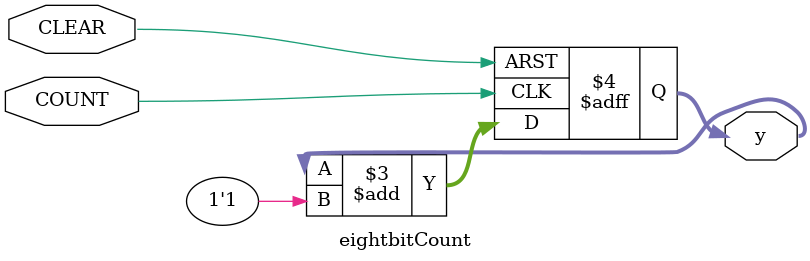
<source format=v>
module eightbitCount #(parameter N = 8) (
input COUNT, CLEAR,
output reg [N-1:0] y); // y is defined as a register
always @ (posedge COUNT, negedge CLEAR)
if (CLEAR==1'b0) y <= 0; // y is loaded with all 0's
else
y <= y + 1'b1; // y is incremented
endmodule

</source>
